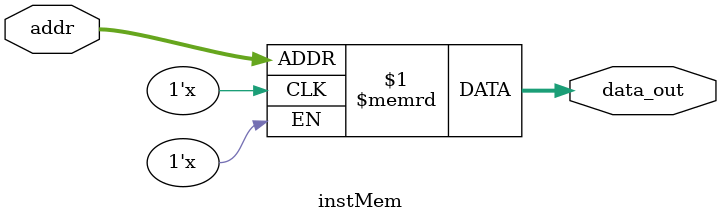
<source format=v>
`timescale 1ns/1ns

module instMem(
	input [11:2] addr,
	output [31:0] data_out
);

	reg [31:0] inst_mem[1023:0];
	assign data_out = inst_mem[addr];
endmodule
</source>
